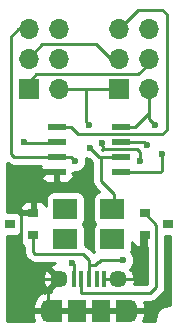
<source format=gbr>
G04 #@! TF.FileFunction,Copper,L1,Top,Signal*
%FSLAX46Y46*%
G04 Gerber Fmt 4.6, Leading zero omitted, Abs format (unit mm)*
G04 Created by KiCad (PCBNEW 4.0.4-stable) date 04/18/19 21:09:23*
%MOMM*%
%LPD*%
G01*
G04 APERTURE LIST*
%ADD10C,0.100000*%
%ADD11R,2.000000X1.700000*%
%ADD12R,1.500000X1.900000*%
%ADD13C,1.450000*%
%ADD14R,0.400000X1.350000*%
%ADD15O,1.200000X1.900000*%
%ADD16R,1.200000X1.900000*%
%ADD17R,1.700000X1.700000*%
%ADD18O,1.700000X1.700000*%
%ADD19R,1.550000X0.600000*%
%ADD20R,0.900000X0.800000*%
%ADD21C,0.600000*%
%ADD22C,0.250000*%
%ADD23C,0.254000*%
G04 APERTURE END LIST*
D10*
D11*
X116110000Y-93980000D03*
X120110000Y-93980000D03*
X116110000Y-96520000D03*
X120110000Y-96520000D03*
D12*
X119110000Y-102585000D03*
D13*
X115610000Y-99885000D03*
D14*
X117460000Y-99885000D03*
X116810000Y-99885000D03*
X119410000Y-99885000D03*
X118760000Y-99885000D03*
X118110000Y-99885000D03*
D13*
X120610000Y-99885000D03*
D12*
X117110000Y-102585000D03*
D15*
X114610000Y-102585000D03*
X121610000Y-102585000D03*
D16*
X121010000Y-102585000D03*
X115210000Y-102585000D03*
D17*
X120650000Y-83820000D03*
D18*
X123190000Y-83820000D03*
X120650000Y-81280000D03*
X123190000Y-81280000D03*
X120650000Y-78740000D03*
X123190000Y-78740000D03*
D19*
X115410000Y-86995000D03*
X115410000Y-88265000D03*
X115410000Y-89535000D03*
X115410000Y-90805000D03*
X120810000Y-90805000D03*
X120810000Y-89535000D03*
X120810000Y-88265000D03*
X120810000Y-86995000D03*
D20*
X113395000Y-96200000D03*
X113395000Y-94300000D03*
X111395000Y-95250000D03*
X122825000Y-94300000D03*
X122825000Y-96200000D03*
X124825000Y-95250000D03*
D17*
X113030000Y-83820000D03*
D18*
X115570000Y-83820000D03*
X113030000Y-81280000D03*
X115570000Y-81280000D03*
X113030000Y-78740000D03*
X115570000Y-78740000D03*
D21*
X115951000Y-93980000D03*
X118110000Y-86868000D03*
X118237000Y-88773000D03*
X123698000Y-86868000D03*
X116713000Y-98552000D03*
X120269000Y-96647000D03*
X123063000Y-88519000D03*
X124333000Y-89281000D03*
X121031000Y-98298000D03*
X122682000Y-94234000D03*
X122428000Y-89916000D03*
X119253000Y-88392000D03*
X112649000Y-88265000D03*
X116967000Y-89916000D03*
D22*
X115951000Y-93980000D02*
X116110000Y-93980000D01*
X119126000Y-89535000D02*
X119126000Y-91567000D01*
X120269000Y-92710000D02*
X120269000Y-93821000D01*
X119126000Y-91567000D02*
X120269000Y-92710000D01*
X120269000Y-93821000D02*
X120110000Y-93980000D01*
X120810000Y-89535000D02*
X119126000Y-89535000D01*
X119126000Y-89535000D02*
X118999000Y-89535000D01*
X117856000Y-86614000D02*
X117856000Y-83820000D01*
X118110000Y-86868000D02*
X117856000Y-86614000D01*
X118999000Y-89535000D02*
X118237000Y-88773000D01*
X115570000Y-83820000D02*
X117856000Y-83820000D01*
X117856000Y-83820000D02*
X120650000Y-83820000D01*
X123190000Y-86360000D02*
X123698000Y-86868000D01*
X123190000Y-86360000D02*
X123190000Y-85852000D01*
X116810000Y-98649000D02*
X116810000Y-99885000D01*
X116713000Y-98552000D02*
X116810000Y-98649000D01*
X120269000Y-96647000D02*
X120142000Y-96520000D01*
X120142000Y-96520000D02*
X120110000Y-96520000D01*
X120810000Y-86995000D02*
X122047000Y-86995000D01*
X122047000Y-86995000D02*
X123190000Y-85852000D01*
X123190000Y-85852000D02*
X123190000Y-83820000D01*
X115610000Y-99885000D02*
X113728000Y-99885000D01*
X112583000Y-94300000D02*
X113395000Y-94300000D01*
X112395000Y-94488000D02*
X112583000Y-94300000D01*
X112395000Y-98552000D02*
X112395000Y-94488000D01*
X113728000Y-99885000D02*
X112395000Y-98552000D01*
X121610000Y-102585000D02*
X119110000Y-102585000D01*
X119110000Y-102585000D02*
X117110000Y-102585000D01*
X114610000Y-102585000D02*
X117110000Y-102585000D01*
X114610000Y-102585000D02*
X114610000Y-100885000D01*
X114610000Y-100885000D02*
X115610000Y-99885000D01*
X120610000Y-99885000D02*
X122237000Y-99885000D01*
X122554000Y-99568000D02*
X122554000Y-96471000D01*
X122237000Y-99885000D02*
X122554000Y-99568000D01*
X122554000Y-96471000D02*
X122825000Y-96200000D01*
X119410000Y-99885000D02*
X120610000Y-99885000D01*
X113395000Y-94300000D02*
X113395000Y-91964000D01*
X113395000Y-91964000D02*
X114554000Y-90805000D01*
X114554000Y-90805000D02*
X115410000Y-90805000D01*
X122809000Y-88265000D02*
X120810000Y-88265000D01*
X123063000Y-88519000D02*
X122809000Y-88265000D01*
X113030000Y-81280000D02*
X113030000Y-81153000D01*
X113030000Y-81153000D02*
X114173000Y-80010000D01*
X114173000Y-80010000D02*
X118745000Y-80010000D01*
X118745000Y-80010000D02*
X120015000Y-81280000D01*
X120015000Y-81280000D02*
X120650000Y-81280000D01*
X122809000Y-90805000D02*
X124206000Y-90805000D01*
X122809000Y-90805000D02*
X120810000Y-90805000D01*
X124333000Y-90678000D02*
X124333000Y-89281000D01*
X124206000Y-90805000D02*
X124333000Y-90678000D01*
X113030000Y-83820000D02*
X113030000Y-83185000D01*
X113030000Y-83185000D02*
X113665000Y-82550000D01*
X113665000Y-82550000D02*
X122301000Y-82550000D01*
X122301000Y-82550000D02*
X123190000Y-81661000D01*
X123190000Y-81661000D02*
X123190000Y-81280000D01*
X115410000Y-86995000D02*
X116586000Y-86995000D01*
X122301000Y-77089000D02*
X120650000Y-78740000D01*
X124333000Y-77089000D02*
X122301000Y-77089000D01*
X124714000Y-77470000D02*
X124333000Y-77089000D01*
X124714000Y-87249000D02*
X124714000Y-77470000D01*
X124333000Y-87630000D02*
X124714000Y-87249000D01*
X117221000Y-87630000D02*
X124333000Y-87630000D01*
X116586000Y-86995000D02*
X117221000Y-87630000D01*
X118618000Y-98679000D02*
X118110000Y-98679000D01*
X118872000Y-98425000D02*
X118618000Y-98679000D01*
X118999000Y-98425000D02*
X118872000Y-98425000D01*
X119126000Y-98298000D02*
X118999000Y-98425000D01*
X121031000Y-98298000D02*
X119126000Y-98298000D01*
X113395000Y-96200000D02*
X113395000Y-97647000D01*
X118110000Y-98298000D02*
X118110000Y-98679000D01*
X118110000Y-98679000D02*
X118110000Y-99885000D01*
X117602000Y-97790000D02*
X118110000Y-98298000D01*
X113538000Y-97790000D02*
X117602000Y-97790000D01*
X113395000Y-97647000D02*
X113538000Y-97790000D01*
X122682000Y-94234000D02*
X122748000Y-94300000D01*
X122428000Y-89154000D02*
X122428000Y-89916000D01*
X122174000Y-88900000D02*
X122428000Y-89154000D01*
X119310998Y-88900000D02*
X122174000Y-88900000D01*
X119253000Y-88957998D02*
X119310998Y-88900000D01*
X119253000Y-88900000D02*
X119253000Y-88957998D01*
X119380000Y-88773000D02*
X119253000Y-88900000D01*
X119253000Y-88646000D02*
X119380000Y-88773000D01*
X119253000Y-88392000D02*
X119253000Y-88646000D01*
X122748000Y-94300000D02*
X122825000Y-94300000D01*
X117460000Y-99885000D02*
X117460000Y-101077000D01*
X123825000Y-95300000D02*
X122825000Y-94300000D01*
X123825000Y-100584000D02*
X123825000Y-95300000D01*
X123317000Y-101092000D02*
X123825000Y-100584000D01*
X117475000Y-101092000D02*
X123317000Y-101092000D01*
X117460000Y-101077000D02*
X117475000Y-101092000D01*
X112649000Y-88265000D02*
X112776000Y-88392000D01*
X112776000Y-88392000D02*
X115283000Y-88392000D01*
X115283000Y-88392000D02*
X115410000Y-88265000D01*
X116967000Y-89916000D02*
X116586000Y-89535000D01*
X116586000Y-89535000D02*
X115410000Y-89535000D01*
X115410000Y-89535000D02*
X111760000Y-89535000D01*
X112141000Y-78740000D02*
X113030000Y-78740000D01*
X111506000Y-79375000D02*
X112141000Y-78740000D01*
X111506000Y-89281000D02*
X111506000Y-79375000D01*
X111760000Y-89535000D02*
X111506000Y-89281000D01*
D23*
G36*
X112297560Y-96600000D02*
X112341838Y-96835317D01*
X112480910Y-97051441D01*
X112635000Y-97156726D01*
X112635000Y-97647000D01*
X112692852Y-97937839D01*
X112857599Y-98184401D01*
X113000599Y-98327401D01*
X113247161Y-98492148D01*
X113538000Y-98550000D01*
X115246951Y-98550000D01*
X114901122Y-98693247D01*
X114836207Y-98931602D01*
X115610000Y-99705395D01*
X115624143Y-99691253D01*
X115803748Y-99870858D01*
X115789605Y-99885000D01*
X115803748Y-99899143D01*
X115624143Y-100078748D01*
X115610000Y-100064605D01*
X114836207Y-100838398D01*
X114880219Y-101000000D01*
X114483691Y-101000000D01*
X114327672Y-101064625D01*
X114292391Y-101041538D01*
X114254719Y-101045408D01*
X113826526Y-101271920D01*
X113517610Y-101645053D01*
X113375000Y-102108000D01*
X113375000Y-102458000D01*
X116983000Y-102458000D01*
X116983000Y-102438000D01*
X117237000Y-102438000D01*
X117237000Y-102458000D01*
X118983000Y-102458000D01*
X118983000Y-102438000D01*
X119237000Y-102438000D01*
X119237000Y-102458000D01*
X122845000Y-102458000D01*
X122845000Y-102108000D01*
X122766140Y-101852000D01*
X123317000Y-101852000D01*
X123607839Y-101794148D01*
X123854401Y-101629401D01*
X124362401Y-101121401D01*
X124527148Y-100874839D01*
X124585000Y-100584000D01*
X124585000Y-96297440D01*
X125020000Y-96297440D01*
X125020000Y-102110382D01*
X124968000Y-102100039D01*
X124478945Y-102197318D01*
X124064345Y-102474345D01*
X123787318Y-102888945D01*
X123690039Y-103378000D01*
X123700382Y-103430000D01*
X122731638Y-103430000D01*
X122845000Y-103062000D01*
X122845000Y-102712000D01*
X119237000Y-102712000D01*
X119237000Y-102732000D01*
X118983000Y-102732000D01*
X118983000Y-102712000D01*
X117237000Y-102712000D01*
X117237000Y-102732000D01*
X116983000Y-102732000D01*
X116983000Y-102712000D01*
X113375000Y-102712000D01*
X113375000Y-103062000D01*
X113488362Y-103430000D01*
X111200000Y-103430000D01*
X111200000Y-99686146D01*
X114237688Y-99686146D01*
X114266051Y-100226444D01*
X114418247Y-100593878D01*
X114656602Y-100658793D01*
X115430395Y-99885000D01*
X114656602Y-99111207D01*
X114418247Y-99176122D01*
X114237688Y-99686146D01*
X111200000Y-99686146D01*
X111200000Y-96297440D01*
X111845000Y-96297440D01*
X112080317Y-96253162D01*
X112296441Y-96114090D01*
X112297560Y-96112452D01*
X112297560Y-96600000D01*
X112297560Y-96600000D01*
G37*
X112297560Y-96600000D02*
X112341838Y-96835317D01*
X112480910Y-97051441D01*
X112635000Y-97156726D01*
X112635000Y-97647000D01*
X112692852Y-97937839D01*
X112857599Y-98184401D01*
X113000599Y-98327401D01*
X113247161Y-98492148D01*
X113538000Y-98550000D01*
X115246951Y-98550000D01*
X114901122Y-98693247D01*
X114836207Y-98931602D01*
X115610000Y-99705395D01*
X115624143Y-99691253D01*
X115803748Y-99870858D01*
X115789605Y-99885000D01*
X115803748Y-99899143D01*
X115624143Y-100078748D01*
X115610000Y-100064605D01*
X114836207Y-100838398D01*
X114880219Y-101000000D01*
X114483691Y-101000000D01*
X114327672Y-101064625D01*
X114292391Y-101041538D01*
X114254719Y-101045408D01*
X113826526Y-101271920D01*
X113517610Y-101645053D01*
X113375000Y-102108000D01*
X113375000Y-102458000D01*
X116983000Y-102458000D01*
X116983000Y-102438000D01*
X117237000Y-102438000D01*
X117237000Y-102458000D01*
X118983000Y-102458000D01*
X118983000Y-102438000D01*
X119237000Y-102438000D01*
X119237000Y-102458000D01*
X122845000Y-102458000D01*
X122845000Y-102108000D01*
X122766140Y-101852000D01*
X123317000Y-101852000D01*
X123607839Y-101794148D01*
X123854401Y-101629401D01*
X124362401Y-101121401D01*
X124527148Y-100874839D01*
X124585000Y-100584000D01*
X124585000Y-96297440D01*
X125020000Y-96297440D01*
X125020000Y-102110382D01*
X124968000Y-102100039D01*
X124478945Y-102197318D01*
X124064345Y-102474345D01*
X123787318Y-102888945D01*
X123690039Y-103378000D01*
X123700382Y-103430000D01*
X122731638Y-103430000D01*
X122845000Y-103062000D01*
X122845000Y-102712000D01*
X119237000Y-102712000D01*
X119237000Y-102732000D01*
X118983000Y-102732000D01*
X118983000Y-102712000D01*
X117237000Y-102712000D01*
X117237000Y-102732000D01*
X116983000Y-102732000D01*
X116983000Y-102712000D01*
X113375000Y-102712000D01*
X113375000Y-103062000D01*
X113488362Y-103430000D01*
X111200000Y-103430000D01*
X111200000Y-99686146D01*
X114237688Y-99686146D01*
X114266051Y-100226444D01*
X114418247Y-100593878D01*
X114656602Y-100658793D01*
X115430395Y-99885000D01*
X114656602Y-99111207D01*
X114418247Y-99176122D01*
X114237688Y-99686146D01*
X111200000Y-99686146D01*
X111200000Y-96297440D01*
X111845000Y-96297440D01*
X112080317Y-96253162D01*
X112296441Y-96114090D01*
X112297560Y-96112452D01*
X112297560Y-96600000D01*
G36*
X122952000Y-96073000D02*
X122972000Y-96073000D01*
X122972000Y-96327000D01*
X122952000Y-96327000D01*
X122952000Y-97076250D01*
X123065000Y-97189250D01*
X123065000Y-100269198D01*
X123002198Y-100332000D01*
X121894463Y-100332000D01*
X121982312Y-100083854D01*
X121953949Y-99543556D01*
X121801753Y-99176122D01*
X121563400Y-99111208D01*
X121678550Y-98996058D01*
X121666869Y-98984377D01*
X121823192Y-98828327D01*
X121965838Y-98484799D01*
X121966162Y-98112833D01*
X121824117Y-97769057D01*
X121694556Y-97639270D01*
X121706431Y-97621890D01*
X121757440Y-97370000D01*
X121757440Y-96768414D01*
X121836673Y-96959699D01*
X122015302Y-97138327D01*
X122248691Y-97235000D01*
X122539250Y-97235000D01*
X122698000Y-97076250D01*
X122698000Y-96327000D01*
X122678000Y-96327000D01*
X122678000Y-96073000D01*
X122698000Y-96073000D01*
X122698000Y-96053000D01*
X122952000Y-96053000D01*
X122952000Y-96073000D01*
X122952000Y-96073000D01*
G37*
X122952000Y-96073000D02*
X122972000Y-96073000D01*
X122972000Y-96327000D01*
X122952000Y-96327000D01*
X122952000Y-97076250D01*
X123065000Y-97189250D01*
X123065000Y-100269198D01*
X123002198Y-100332000D01*
X121894463Y-100332000D01*
X121982312Y-100083854D01*
X121953949Y-99543556D01*
X121801753Y-99176122D01*
X121563400Y-99111208D01*
X121678550Y-98996058D01*
X121666869Y-98984377D01*
X121823192Y-98828327D01*
X121965838Y-98484799D01*
X121966162Y-98112833D01*
X121824117Y-97769057D01*
X121694556Y-97639270D01*
X121706431Y-97621890D01*
X121757440Y-97370000D01*
X121757440Y-96768414D01*
X121836673Y-96959699D01*
X122015302Y-97138327D01*
X122248691Y-97235000D01*
X122539250Y-97235000D01*
X122698000Y-97076250D01*
X122698000Y-96327000D01*
X122678000Y-96327000D01*
X122678000Y-96073000D01*
X122698000Y-96073000D01*
X122698000Y-96053000D01*
X122952000Y-96053000D01*
X122952000Y-96073000D01*
G36*
X120803748Y-99870858D02*
X120789605Y-99885000D01*
X120803748Y-99899143D01*
X120624143Y-100078748D01*
X120610000Y-100064605D01*
X120595858Y-100078748D01*
X120416253Y-99899143D01*
X120430395Y-99885000D01*
X120416253Y-99870858D01*
X120595858Y-99691253D01*
X120610000Y-99705395D01*
X120624143Y-99691253D01*
X120803748Y-99870858D01*
X120803748Y-99870858D01*
G37*
X120803748Y-99870858D02*
X120789605Y-99885000D01*
X120803748Y-99899143D01*
X120624143Y-100078748D01*
X120610000Y-100064605D01*
X120595858Y-100078748D01*
X120416253Y-99899143D01*
X120430395Y-99885000D01*
X120416253Y-99870858D01*
X120595858Y-99691253D01*
X120610000Y-99705395D01*
X120624143Y-99691253D01*
X120803748Y-99870858D01*
G36*
X118050201Y-89707838D02*
X118097077Y-89707879D01*
X118366000Y-89976802D01*
X118366000Y-91567000D01*
X118423852Y-91857839D01*
X118588599Y-92104401D01*
X118989442Y-92505244D01*
X118874683Y-92526838D01*
X118658559Y-92665910D01*
X118513569Y-92878110D01*
X118462560Y-93130000D01*
X118462560Y-94830000D01*
X118506838Y-95065317D01*
X118627015Y-95252077D01*
X118513569Y-95418110D01*
X118462560Y-95670000D01*
X118462560Y-97370000D01*
X118506838Y-97605317D01*
X118533404Y-97646602D01*
X118139401Y-97252599D01*
X117892839Y-97087852D01*
X117757440Y-97060919D01*
X117757440Y-95670000D01*
X117713162Y-95434683D01*
X117592985Y-95247923D01*
X117706431Y-95081890D01*
X117757440Y-94830000D01*
X117757440Y-93130000D01*
X117713162Y-92894683D01*
X117574090Y-92678559D01*
X117361890Y-92533569D01*
X117110000Y-92482560D01*
X115110000Y-92482560D01*
X114874683Y-92526838D01*
X114658559Y-92665910D01*
X114513569Y-92878110D01*
X114462560Y-93130000D01*
X114462560Y-93731586D01*
X114383327Y-93540301D01*
X114204698Y-93361673D01*
X113971309Y-93265000D01*
X113680750Y-93265000D01*
X113522000Y-93423750D01*
X113522000Y-94173000D01*
X113542000Y-94173000D01*
X113542000Y-94427000D01*
X113522000Y-94427000D01*
X113522000Y-94447000D01*
X113268000Y-94447000D01*
X113268000Y-94427000D01*
X112468750Y-94427000D01*
X112382738Y-94513012D01*
X112309090Y-94398559D01*
X112096890Y-94253569D01*
X111845000Y-94202560D01*
X111200000Y-94202560D01*
X111200000Y-93773690D01*
X112310000Y-93773690D01*
X112310000Y-94014250D01*
X112468750Y-94173000D01*
X113268000Y-94173000D01*
X113268000Y-93423750D01*
X113109250Y-93265000D01*
X112818691Y-93265000D01*
X112585302Y-93361673D01*
X112406673Y-93540301D01*
X112310000Y-93773690D01*
X111200000Y-93773690D01*
X111200000Y-91090750D01*
X114000000Y-91090750D01*
X114000000Y-91231310D01*
X114096673Y-91464699D01*
X114275302Y-91643327D01*
X114508691Y-91740000D01*
X115124250Y-91740000D01*
X115283000Y-91581250D01*
X115283000Y-90932000D01*
X114158750Y-90932000D01*
X114000000Y-91090750D01*
X111200000Y-91090750D01*
X111200000Y-90049802D01*
X111222599Y-90072401D01*
X111469160Y-90237148D01*
X111760000Y-90295000D01*
X114034666Y-90295000D01*
X114000000Y-90378690D01*
X114000000Y-90519250D01*
X114158750Y-90678000D01*
X115283000Y-90678000D01*
X115283000Y-90658000D01*
X115537000Y-90658000D01*
X115537000Y-90678000D01*
X115557000Y-90678000D01*
X115557000Y-90932000D01*
X115537000Y-90932000D01*
X115537000Y-91581250D01*
X115695750Y-91740000D01*
X116311309Y-91740000D01*
X116544698Y-91643327D01*
X116723327Y-91464699D01*
X116820000Y-91231310D01*
X116820000Y-91090750D01*
X116661252Y-90932002D01*
X116820000Y-90932002D01*
X116820000Y-90850873D01*
X117152167Y-90851162D01*
X117495943Y-90709117D01*
X117759192Y-90446327D01*
X117901838Y-90102799D01*
X117902162Y-89730833D01*
X117860033Y-89628873D01*
X118050201Y-89707838D01*
X118050201Y-89707838D01*
G37*
X118050201Y-89707838D02*
X118097077Y-89707879D01*
X118366000Y-89976802D01*
X118366000Y-91567000D01*
X118423852Y-91857839D01*
X118588599Y-92104401D01*
X118989442Y-92505244D01*
X118874683Y-92526838D01*
X118658559Y-92665910D01*
X118513569Y-92878110D01*
X118462560Y-93130000D01*
X118462560Y-94830000D01*
X118506838Y-95065317D01*
X118627015Y-95252077D01*
X118513569Y-95418110D01*
X118462560Y-95670000D01*
X118462560Y-97370000D01*
X118506838Y-97605317D01*
X118533404Y-97646602D01*
X118139401Y-97252599D01*
X117892839Y-97087852D01*
X117757440Y-97060919D01*
X117757440Y-95670000D01*
X117713162Y-95434683D01*
X117592985Y-95247923D01*
X117706431Y-95081890D01*
X117757440Y-94830000D01*
X117757440Y-93130000D01*
X117713162Y-92894683D01*
X117574090Y-92678559D01*
X117361890Y-92533569D01*
X117110000Y-92482560D01*
X115110000Y-92482560D01*
X114874683Y-92526838D01*
X114658559Y-92665910D01*
X114513569Y-92878110D01*
X114462560Y-93130000D01*
X114462560Y-93731586D01*
X114383327Y-93540301D01*
X114204698Y-93361673D01*
X113971309Y-93265000D01*
X113680750Y-93265000D01*
X113522000Y-93423750D01*
X113522000Y-94173000D01*
X113542000Y-94173000D01*
X113542000Y-94427000D01*
X113522000Y-94427000D01*
X113522000Y-94447000D01*
X113268000Y-94447000D01*
X113268000Y-94427000D01*
X112468750Y-94427000D01*
X112382738Y-94513012D01*
X112309090Y-94398559D01*
X112096890Y-94253569D01*
X111845000Y-94202560D01*
X111200000Y-94202560D01*
X111200000Y-93773690D01*
X112310000Y-93773690D01*
X112310000Y-94014250D01*
X112468750Y-94173000D01*
X113268000Y-94173000D01*
X113268000Y-93423750D01*
X113109250Y-93265000D01*
X112818691Y-93265000D01*
X112585302Y-93361673D01*
X112406673Y-93540301D01*
X112310000Y-93773690D01*
X111200000Y-93773690D01*
X111200000Y-91090750D01*
X114000000Y-91090750D01*
X114000000Y-91231310D01*
X114096673Y-91464699D01*
X114275302Y-91643327D01*
X114508691Y-91740000D01*
X115124250Y-91740000D01*
X115283000Y-91581250D01*
X115283000Y-90932000D01*
X114158750Y-90932000D01*
X114000000Y-91090750D01*
X111200000Y-91090750D01*
X111200000Y-90049802D01*
X111222599Y-90072401D01*
X111469160Y-90237148D01*
X111760000Y-90295000D01*
X114034666Y-90295000D01*
X114000000Y-90378690D01*
X114000000Y-90519250D01*
X114158750Y-90678000D01*
X115283000Y-90678000D01*
X115283000Y-90658000D01*
X115537000Y-90658000D01*
X115537000Y-90678000D01*
X115557000Y-90678000D01*
X115557000Y-90932000D01*
X115537000Y-90932000D01*
X115537000Y-91581250D01*
X115695750Y-91740000D01*
X116311309Y-91740000D01*
X116544698Y-91643327D01*
X116723327Y-91464699D01*
X116820000Y-91231310D01*
X116820000Y-91090750D01*
X116661252Y-90932002D01*
X116820000Y-90932002D01*
X116820000Y-90850873D01*
X117152167Y-90851162D01*
X117495943Y-90709117D01*
X117759192Y-90446327D01*
X117901838Y-90102799D01*
X117902162Y-89730833D01*
X117860033Y-89628873D01*
X118050201Y-89707838D01*
G36*
X123317000Y-78613000D02*
X123337000Y-78613000D01*
X123337000Y-78867000D01*
X123317000Y-78867000D01*
X123317000Y-78887000D01*
X123063000Y-78887000D01*
X123063000Y-78867000D01*
X123043000Y-78867000D01*
X123043000Y-78613000D01*
X123063000Y-78613000D01*
X123063000Y-78593000D01*
X123317000Y-78593000D01*
X123317000Y-78613000D01*
X123317000Y-78613000D01*
G37*
X123317000Y-78613000D02*
X123337000Y-78613000D01*
X123337000Y-78867000D01*
X123317000Y-78867000D01*
X123317000Y-78887000D01*
X123063000Y-78887000D01*
X123063000Y-78867000D01*
X123043000Y-78867000D01*
X123043000Y-78613000D01*
X123063000Y-78613000D01*
X123063000Y-78593000D01*
X123317000Y-78593000D01*
X123317000Y-78613000D01*
M02*

</source>
